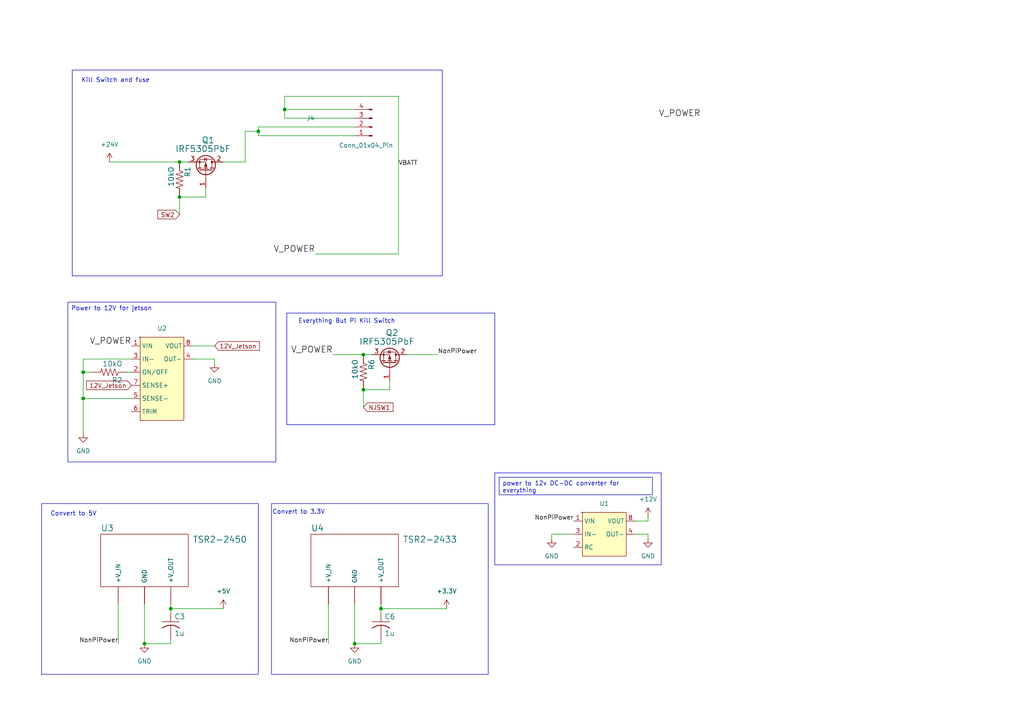
<source format=kicad_sch>
(kicad_sch (version 20250114) (generator "eeschema") (generator_version "9.0")
  (paper "A4")
  (lib_symbols
    (symbol "Connector:Conn_01x04_Pin" (pin_names (offset 1.016) (hide yes))
      (property "Reference" "J" (at 0 5.08 0))
      (property "Value" "Conn_01x04_Pin" (at 0 -7.62 0))
      (symbol "Conn_01x04_Pin_1_1"
        (rectangle (start 0.8636 2.667) (end 0 2.413) (stroke (width 0.1524)) (fill (type outline)))
        (rectangle (start 0.8636 0.127) (end 0 -0.127) (stroke (width 0.1524)) (fill (type outline)))
        (rectangle (start 0.8636 -2.413) (end 0 -2.667) (stroke (width 0.1524)) (fill (type outline)))
        (rectangle (start 0.8636 -4.953) (end 0 -5.207) (stroke (width 0.1524)) (fill (type outline)))
        (polyline (pts (xy 1.27 2.54) (xy 0.8636 2.54)) (stroke (width 0.1524)))
        (polyline (pts (xy 1.27 0) (xy 0.8636 0)) (stroke (width 0.1524)))
        (polyline (pts (xy 1.27 -2.54) (xy 0.8636 -2.54)) (stroke (width 0.1524)))
        (polyline (pts (xy 1.27 -5.08) (xy 0.8636 -5.08)) (stroke (width 0.1524)))
        (pin passive line (at 5.08 2.54 180) (length 3.81) (name "Pin_1") (number "1"))
        (pin passive line (at 5.08 0 180) (length 3.81) (name "Pin_2") (number "2"))
        (pin passive line (at 5.08 -2.54 180) (length 3.81) (name "Pin_3") (number "3"))
        (pin passive line (at 5.08 -5.08 180) (length 3.81) (name "Pin_4") (number "4"))
      )
    )
    (symbol "Custom:EHHD006A0B"
      (property "Reference" "U2" (at 6.35 2.54 0))
      (property "Value" "~" (at 0 0 0))
      (symbol "EHHD006A0B_1_1"
        (rectangle (start 0 0) (end 12.7 -24.13) (fill (type background)))
        (pin power_in line (at -2.54 -2.54 0) (length 2.54) (name "VIN") (number "1"))
        (pin power_in line (at -2.54 -6.35 0) (length 2.54) (name "IN-") (number "3"))
        (pin input line (at -2.54 -10.16 0) (length 2.54) (name "ON/OFF") (number "2"))
        (pin input line (at -2.54 -13.97 0) (length 2.54) (name "SENSE+") (number "7"))
        (pin input line (at -2.54 -17.78 0) (length 2.54) (name "SENSE-") (number "5"))
        (pin input line (at -2.54 -21.59 0) (length 2.54) (name "TRIM") (number "6"))
        (pin power_out line (at 15.24 -2.54 180) (length 2.54) (name "VOUT") (number "8"))
        (pin power_out line (at 15.24 -6.35 180) (length 2.54) (name "OUT-") (number "4"))
      )
    )
    (symbol "Custom:PKB2213D"
      (property "Reference" "U1" (at 6.35 2.54 0))
      (property "Value" "~" (at 0 0 0))
      (symbol "PKB2213D_1_1"
        (rectangle (start 0 0) (end 12.7 -12.7) (fill (type background)))
        (pin power_in line (at -2.54 -2.54 0) (length 2.54) (name "VIN") (number "1"))
        (pin power_in line (at -2.54 -6.35 0) (length 2.54) (name "IN-") (number "3"))
        (pin input line (at -2.54 -10.16 0) (length 2.54) (name "RC") (number "2"))
        (pin power_out line (at 15.24 -2.54 180) (length 2.54) (name "VOUT") (number "8"))
        (pin power_out line (at 15.24 -6.35 180) (length 2.54) (name "OUT-") (number "4"))
      )
    )
    (symbol "PowerboardRev5-eagle-import:C-USC0805" (pin_names (offset 1.016))
      (property "Reference" "C" (at 1.016 0.635 0))
      (property "Value" "C-USC0805" (at 1.016 -4.191 0))
      (symbol "C-USC0805_1_0"
        (polyline (pts (xy -2.54 0) (xy 2.54 0)))
        (arc (start 0 -0.9906) (mid 1.3163 -1.2156) (end 2.4892 -1.8542) (stroke (width 0.254)))
        (polyline (pts (xy 0 -1.016) (xy 0 -2.54)))
        (arc (start -2.4638 -1.8288) (mid -1.2956 -1.2294) (end 0 -1.016) (stroke (width 0.254)))
        (pin passive line (at 0 2.54 270) (length 2.54) (name "1") (number "1"))
        (pin passive line (at 0 -5.08 90) (length 2.54) (name "2") (number "2"))
      )
    )
    (symbol "PowerboardRev5-eagle-import:R-US_R0805" (pin_names (offset 1.016))
      (property "Reference" "R" (at -3.81 1.4986 0))
      (property "Value" "R-US_R0805" (at -3.81 -3.302 0))
      (symbol "R-US_R0805_1_0"
        (polyline (pts (xy -2.54 0) (xy -2.159 1.016)))
        (polyline (pts (xy -2.159 1.016) (xy -1.524 -1.016)))
        (polyline (pts (xy -1.524 -1.016) (xy -0.889 1.016)))
        (polyline (pts (xy -0.889 1.016) (xy -0.254 -1.016)))
        (polyline (pts (xy -0.254 -1.016) (xy 0.381 1.016)))
        (polyline (pts (xy 0.381 1.016) (xy 1.016 -1.016)))
        (polyline (pts (xy 1.016 -1.016) (xy 1.651 1.016)))
        (polyline (pts (xy 1.651 1.016) (xy 2.286 -1.016)))
        (polyline (pts (xy 2.286 -1.016) (xy 2.54 0)))
        (pin passive line (at -5.08 0 0) (length 2.54) (name "1") (number "1"))
        (pin passive line (at 5.08 0 180) (length 2.54) (name "2") (number "2"))
      )
    )
    (symbol "PowerboardRev5-eagle-import:TSR2-2450" (pin_names (offset 1.016))
      (property "Reference" "U" (at -12.7 8.382 0))
      (property "Value" "TSR2-2450" (at 5.08 8.382 0))
      (symbol "TSR2-2450_1_0"
        (polyline (pts (xy -12.7 7.62) (xy 12.7 7.62)))
        (polyline (pts (xy -12.7 -7.62) (xy -12.7 7.62)))
        (polyline (pts (xy 12.7 7.62) (xy 12.7 -7.62)))
        (polyline (pts (xy 12.7 -7.62) (xy -12.7 -7.62)))
        (pin power_in line (at -7.62 -12.7 90) (length 5.08) (name "+V_IN") (number "1"))
        (pin power_in line (at 0 -12.7 90) (length 5.08) (name "GND") (number "2"))
        (pin power_in line (at 7.62 -12.7 90) (length 5.08) (name "+V_OUT") (number "3"))
      )
    )
    (symbol "Transistor_FET:FQP27P06" (pin_names (hide yes))
      (property "Reference" "Q" (at 5.08 1.905 0))
      (property "Value" "FQP27P06" (at 5.08 0 0))
      (symbol "FQP27P06_0_1"
        (polyline (pts (xy 0.254 1.905) (xy 0.254 -1.905)) (stroke (width 0.254)))
        (polyline (pts (xy 0.254 0) (xy -2.54 0)))
        (polyline (pts (xy 0.762 2.286) (xy 0.762 1.27)) (stroke (width 0.254)))
        (polyline (pts (xy 0.762 1.778) (xy 3.302 1.778) (xy 3.302 -1.778) (xy 0.762 -1.778)))
        (polyline (pts (xy 0.762 0.508) (xy 0.762 -0.508)) (stroke (width 0.254)))
        (polyline (pts (xy 0.762 -1.27) (xy 0.762 -2.286)) (stroke (width 0.254)))
        (circle (center 1.651 0) (radius 2.794) (stroke (width 0.254)))
        (polyline (pts (xy 2.286 0) (xy 1.27 0.381) (xy 1.27 -0.381) (xy 2.286 0)) (fill (type outline)))
        (polyline (pts (xy 2.54 2.54) (xy 2.54 1.778)))
        (circle (center 2.54 1.778) (radius 0.254) (fill (type outline)))
        (circle (center 2.54 -1.778) (radius 0.254) (fill (type outline)))
        (polyline (pts (xy 2.54 -2.54) (xy 2.54 0) (xy 0.762 0)))
        (polyline (pts (xy 2.794 -0.508) (xy 2.921 -0.381) (xy 3.683 -0.381) (xy 3.81 -0.254)))
        (polyline (pts (xy 3.302 -0.381) (xy 2.921 0.254) (xy 3.683 0.254) (xy 3.302 -0.381)))
      )
      (symbol "FQP27P06_1_1"
        (pin input line (at -5.08 0 0) (length 2.54) (name "G") (number "1"))
        (pin passive line (at 2.54 5.08 270) (length 2.54) (name "D") (number "2"))
        (pin passive line (at 2.54 -5.08 90) (length 2.54) (name "S") (number "3"))
      )
    )
    (symbol "power:+12V" (power) (pin_names (offset 0))
      (property "Value" "+12V" (at 0 3.556 0))
      (symbol "+12V_0_1"
        (polyline (pts (xy -0.762 1.27) (xy 0 2.54)))
        (polyline (pts (xy 0 2.54) (xy 0.762 1.27)))
        (polyline (pts (xy 0 0) (xy 0 2.54)))
      )
      (symbol "+12V_1_1"
        (pin power_in line (at 0 0 90) (length 0) (hide yes) (name "+12V") (number "1"))
      )
    )
    (symbol "power:+24V" (power) (pin_names (offset 0))
      (property "Value" "+24V" (at 0 3.556 0))
      (symbol "+24V_0_1"
        (polyline (pts (xy -0.762 1.27) (xy 0 2.54)))
        (polyline (pts (xy 0 2.54) (xy 0.762 1.27)))
        (polyline (pts (xy 0 0) (xy 0 2.54)))
      )
      (symbol "+24V_1_1"
        (pin power_in line (at 0 0 90) (length 0) (hide yes) (name "+24V") (number "1"))
      )
    )
    (symbol "power:+3.3V" (power) (pin_names (offset 0))
      (property "Value" "+3.3V" (at 0 3.556 0))
      (symbol "+3.3V_0_1"
        (polyline (pts (xy -0.762 1.27) (xy 0 2.54)))
        (polyline (pts (xy 0 2.54) (xy 0.762 1.27)))
        (polyline (pts (xy 0 0) (xy 0 2.54)))
      )
      (symbol "+3.3V_1_1"
        (pin power_in line (at 0 0 90) (length 0) (hide yes) (name "+3.3V") (number "1"))
      )
    )
    (symbol "power:+5V" (power) (pin_names (offset 0))
      (property "Value" "+5V" (at 0 3.556 0))
      (symbol "+5V_0_1"
        (polyline (pts (xy -0.762 1.27) (xy 0 2.54)))
        (polyline (pts (xy 0 2.54) (xy 0.762 1.27)))
        (polyline (pts (xy 0 0) (xy 0 2.54)))
      )
      (symbol "+5V_1_1"
        (pin power_in line (at 0 0 90) (length 0) (hide yes) (name "+5V") (number "1"))
      )
    )
    (symbol "power:GND" (power) (pin_names (offset 0))
      (property "Value" "GND" (at 0 -3.81 0))
      (symbol "GND_0_1"
        (polyline (pts (xy 0 0) (xy 0 -1.27) (xy 1.27 -1.27) (xy 0 -2.54) (xy -1.27 -1.27) (xy 0 -1.27)))
      )
      (symbol "GND_1_1"
        (pin power_in line (at 0 0 270) (length 0) (hide yes) (name "GND") (number "1"))
      )
    )
  )
  (rectangle (start 83.185 90.805) (end 143.51 123.19))
  (rectangle (start 12.065 146.05) (end 74.93 195.58))
  (rectangle (start 78.74 146.05) (end 141.605 195.58))
  (rectangle (start 20.955 20.32) (end 128.27 80.01))
  (rectangle (start 143.51 137.16) (end 191.77 163.83))
  (text "Convert to 3.3V\n" (at 86.614 148.59 0) (effects (font (size 1.27 1.27))))
  (text "Kill Switch and fuse" (at 33.528 23.368 0) (effects (font (size 1.27 1.27))))
  (text "Convert to 5V\n" (at 21.336 149.098 0) (effects (font (size 1.27 1.27))))
  (text "Everything But Pi Kill Switch" (at 100.584 93.218 0) (effects (font (size 1.27 1.27))))
  (text_box "power to 12v DC-DC converter for everything" (at 144.78 138.43 0) (size 44.45 5.08) (margins 0.9525 0.9525 0.9525 0.9525) (effects (font (size 1.27 1.27)) (justify left top)))
  (text_box "Power to 12V for jetson\n" (at 19.685 87.63 0) (size 60.325 46.355) (margins 0.9525 0.9525 0.9525 0.9525) (effects (font (size 1.27 1.27)) (justify left top)))
  (junction (at 24.13 107.95))
  (junction (at 82.55 31.75))
  (junction (at 110.49 176.53))
  (junction (at 41.91 186.69))
  (junction (at 105.41 102.87))
  (junction (at 105.41 113.03))
  (junction (at 52.07 57.15))
  (junction (at 102.87 186.69))
  (junction (at 24.13 115.57))
  (junction (at 49.53 176.53))
  (junction (at 74.93 38.1))
  (junction (at 52.07 46.99))
  (wire (pts (xy 105.41 113.03) (xy 105.41 118.11)))
  (wire (pts (xy 24.13 104.14) (xy 38.1 104.14)))
  (wire (pts (xy 74.93 36.83) (xy 102.87 36.83)))
  (wire (pts (xy 24.13 107.95) (xy 26.67 107.95)))
  (wire (pts (xy 74.93 36.83) (xy 74.93 38.1)))
  (wire (pts (xy 71.12 38.1) (xy 74.93 38.1)))
  (wire (pts (xy 62.23 104.14) (xy 62.23 105.41)))
  (wire (pts (xy 49.53 175.26) (xy 49.53 176.53)))
  (wire (pts (xy 52.07 46.99) (xy 54.61 46.99)))
  (wire (pts (xy 24.13 107.95) (xy 24.13 104.14)))
  (wire (pts (xy 74.93 39.37) (xy 102.87 39.37)))
  (wire (pts (xy 24.13 115.57) (xy 24.13 125.73)))
  (wire (pts (xy 49.53 186.69) (xy 41.91 186.69)))
  (wire (pts (xy 184.15 151.13) (xy 187.96 151.13)))
  (wire (pts (xy 74.93 38.1) (xy 74.93 39.37)))
  (wire (pts (xy 59.69 54.61) (xy 59.69 57.15)))
  (wire (pts (xy 102.87 186.69) (xy 102.87 175.26)))
  (wire (pts (xy 31.75 46.99) (xy 52.07 46.99)))
  (wire (pts (xy 105.41 102.87) (xy 107.95 102.87)))
  (wire (pts (xy 49.53 185.42) (xy 49.53 186.69)))
  (wire (pts (xy 118.11 102.87) (xy 127 102.87)))
  (wire (pts (xy 82.55 27.94) (xy 82.55 31.75)))
  (wire (pts (xy 82.55 31.75) (xy 102.87 31.75)))
  (wire (pts (xy 110.49 175.26) (xy 110.49 176.53)))
  (wire (pts (xy 71.12 38.1) (xy 71.12 46.99)))
  (wire (pts (xy 55.88 104.14) (xy 62.23 104.14)))
  (wire (pts (xy 34.29 186.69) (xy 34.29 175.26)))
  (wire (pts (xy 52.07 57.15) (xy 52.07 62.23)))
  (wire (pts (xy 64.77 46.99) (xy 71.12 46.99)))
  (wire (pts (xy 55.88 100.33) (xy 62.23 100.33)))
  (wire (pts (xy 24.13 115.57) (xy 38.1 115.57)))
  (wire (pts (xy 115.57 27.94) (xy 115.57 73.66)))
  (wire (pts (xy 110.49 185.42) (xy 110.49 186.69)))
  (wire (pts (xy 82.55 31.75) (xy 82.55 34.29)))
  (wire (pts (xy 36.83 107.95) (xy 38.1 107.95)))
  (wire (pts (xy 24.13 115.57) (xy 24.13 107.95)))
  (wire (pts (xy 41.91 186.69) (xy 41.91 175.26)))
  (wire (pts (xy 95.25 186.69) (xy 95.25 175.26)))
  (wire (pts (xy 82.55 34.29) (xy 102.87 34.29)))
  (wire (pts (xy 52.07 57.15) (xy 59.69 57.15)))
  (wire (pts (xy 49.53 176.53) (xy 49.53 177.8)))
  (wire (pts (xy 184.15 154.94) (xy 187.96 154.94)))
  (wire (pts (xy 115.57 27.94) (xy 82.55 27.94)))
  (wire (pts (xy 110.49 176.53) (xy 110.49 177.8)))
  (wire (pts (xy 91.44 73.66) (xy 115.57 73.66)))
  (wire (pts (xy 96.52 102.87) (xy 105.41 102.87)))
  (wire (pts (xy 187.96 154.94) (xy 187.96 156.21)))
  (wire (pts (xy 105.41 113.03) (xy 113.03 113.03)))
  (wire (pts (xy 110.49 176.53) (xy 129.54 176.53)))
  (wire (pts (xy 187.96 151.13) (xy 187.96 149.86)))
  (wire (pts (xy 110.49 186.69) (xy 102.87 186.69)))
  (wire (pts (xy 49.53 176.53) (xy 64.77 176.53)))
  (wire (pts (xy 160.02 156.21) (xy 160.02 154.94)))
  (wire (pts (xy 113.03 110.49) (xy 113.03 113.03)))
  (wire (pts (xy 160.02 154.94) (xy 166.37 154.94)))
  (label "V_POWER" (at 203.2 34.29 180) (effects (font (size 1.778 1.778))))
  (label "NonPiPower" (at 95.25 186.69 180))
  (label "NonPiPower" (at 34.29 186.69 180))
  (label "V_POWER" (at 38.1 100.33 180) (effects (font (size 1.778 1.778))))
  (label "NonPiPower" (at 127 102.87 0))
  (label "VBATT" (at 115.57 48.26 0))
  (label "V_POWER" (at 91.44 73.66 180) (effects (font (size 1.778 1.778))))
  (label "NonPiPower" (at 166.37 151.13 180))
  (label "V_POWER" (at 96.52 102.87 180) (effects (font (size 1.778 1.778))))
  (global_label "SW2" (shape input) (at 52.07 62.23 180) (property "Intersheetrefs" "${INTERSHEET_REFS}" (effects (hide yes))))
  (global_label "12V_Jetson" (shape input) (at 62.23 100.33 0) (property "Intersheetrefs" "${INTERSHEET_REFS}" (effects (hide yes))))
  (global_label "12V_Jetson" (shape input) (at 38.1 111.76 180) (property "Intersheetrefs" "${INTERSHEET_REFS}" (effects (hide yes))))
  (global_label "NJSW1" (shape input) (at 105.41 118.11 0) (property "Intersheetrefs" "${INTERSHEET_REFS}" (effects (hide yes))))
  (symbol (lib_id "Connector:Conn_01x04_Pin") (at 107.95 36.83 180) (unit 1)
    (property "Reference" "J4" (at 88.9 34.2899 0) (effects (justify right)))
    (property "Value" "Conn_01x04_Pin" (at 98.298 42.164 0) (effects (justify right)))
    (property "Footprint" "Fuse:1.25__FUSECLIPS" (effects (hide yes)))
    (property "Description" "Generic connector, single row, 01x04, script generated" (effects (hide yes)))
  )
  (symbol (lib_id "power:+24V") (at 31.75 46.99 0) (unit 1)
    (property "Reference" "#PWR016" (effects (hide yes)))
    (property "Value" "+24V" (at 31.75 41.91 0))
  )
  (symbol (lib_id "power:+12V") (at 187.96 149.86 0) (unit 1)
    (property "Reference" "#PWR017" (effects (hide yes)))
    (property "Value" "+12V" (at 187.96 144.78 0))
  )
  (symbol (lib_id "PowerboardRev5-eagle-import:TSR2-2450") (at 102.87 162.56 0) (unit 1)
    (property "Reference" "U4" (at 90.17 154.178 0) (effects (font (size 1.778 1.778)) (justify left bottom)))
    (property "Value" "TSR2-2433" (at 116.84 157.48 0) (effects (font (size 1.778 1.778)) (justify left bottom)))
    (property "Footprint" "Custom:TSR2 DC/DC Converter" (effects (hide yes)))
    (property "Datasheet" "https://www.tracopower.com/products/tsr2.pdf" (effects (hide yes)))
  )
  (symbol (lib_id "power:+5V") (at 64.77 176.53 0) (unit 1)
    (property "Reference" "#PWR019" (effects (hide yes)))
    (property "Value" "+5V" (at 64.77 171.45 0))
  )
  (symbol (lib_id "power:GND") (at 24.13 125.73 0) (unit 1)
    (property "Reference" "#PWR08" (effects (hide yes)))
    (property "Value" "GND" (at 24.13 130.81 0))
  )
  (symbol (lib_id "PowerboardRev5-eagle-import:C-USC0805") (at 49.53 180.34 0) (unit 1)
    (property "Reference" "C3" (at 50.546 179.705 0) (effects (font (size 1.4986 1.4986)) (justify left bottom)))
    (property "Value" "1u" (at 50.546 184.531 0) (effects (font (size 1.4986 1.4986)) (justify left bottom)))
    (property "Footprint" "Capacitor_SMD:C_0805_2012Metric_Pad1.18x1.45mm_HandSolder" (effects (hide yes)))
  )
  (symbol (lib_id "power:GND") (at 160.02 156.21 0) (unit 1)
    (property "Reference" "#PWR06" (effects (hide yes)))
    (property "Value" "GND" (at 160.02 161.29 0))
  )
  (symbol (lib_id "power:GND") (at 187.96 156.21 0) (unit 1)
    (property "Reference" "#PWR07" (effects (hide yes)))
    (property "Value" "GND" (at 187.96 161.29 0))
  )
  (symbol (lib_id "Custom:EHHD006A0B") (at 40.64 97.79 0) (unit 1)
    (property "Reference" "U2" (at 46.99 95.25 0))
    (property "Value" "~" (at 40.64 97.79 0))
    (property "Footprint" "Custom:72W_CONV" (effects (hide yes)))
    (property "Datasheet" "https://flexpowermodules.com/resources/fpm-techspec-pkb2213d" (effects (hide yes)))
  )
  (symbol (lib_id "PowerboardRev5-eagle-import:R-US_R0805") (at 105.41 107.95 270) (unit 1)
    (property "Reference" "R6" (at 106.9086 104.14 0) (effects (font (size 1.4986 1.4986)) (justify left bottom)))
    (property "Value" "10kO" (at 102.108 104.14 0) (effects (font (size 1.4986 1.4986)) (justify left bottom)))
    (property "Footprint" "Resistor_SMD:R_0805_2012Metric_Pad1.20x1.40mm_HandSolder" (effects (hide yes)))
  )
  (symbol (lib_id "PowerboardRev5-eagle-import:R-US_R0805") (at 31.75 107.95 180) (unit 1)
    (property "Reference" "R2" (at 35.56 109.4486 0) (effects (font (size 1.4986 1.4986)) (justify left bottom)))
    (property "Value" "10kO" (at 35.56 104.648 0) (effects (font (size 1.4986 1.4986)) (justify left bottom)))
    (property "Footprint" "Resistor_SMD:R_0805_2012Metric_Pad1.20x1.40mm_HandSolder" (effects (hide yes)))
  )
  (symbol (lib_id "PowerboardRev5-eagle-import:C-USC0805") (at 110.49 180.34 0) (unit 1)
    (property "Reference" "C6" (at 111.506 179.705 0) (effects (font (size 1.4986 1.4986)) (justify left bottom)))
    (property "Value" "1u" (at 111.506 184.531 0) (effects (font (size 1.4986 1.4986)) (justify left bottom)))
    (property "Footprint" "Capacitor_SMD:C_0805_2012Metric_Pad1.18x1.45mm_HandSolder" (effects (hide yes)))
  )
  (symbol (lib_id "power:GND") (at 102.87 186.69 0) (unit 1)
    (property "Reference" "#PWR014" (effects (hide yes)))
    (property "Value" "GND" (at 102.87 191.77 0))
  )
  (symbol (lib_id "power:GND") (at 62.23 105.41 0) (unit 1)
    (property "Reference" "#PWR010" (effects (hide yes)))
    (property "Value" "GND" (at 62.23 110.49 0))
  )
  (symbol (lib_id "power:GND") (at 41.91 186.69 0) (unit 1)
    (property "Reference" "#PWR015" (effects (hide yes)))
    (property "Value" "GND" (at 41.91 191.77 0))
  )
  (symbol (lib_id "PowerboardRev5-eagle-import:TSR2-2450") (at 41.91 162.56 0) (unit 1)
    (property "Reference" "U3" (at 29.21 154.178 0) (effects (font (size 1.778 1.778)) (justify left bottom)))
    (property "Value" "TSR2-2450" (at 55.88 157.48 0) (effects (font (size 1.778 1.778)) (justify left bottom)))
    (property "Footprint" "Custom:TSR2 DC/DC Converter" (effects (hide yes)))
    (property "Datasheet" "https://www.tracopower.com/products/tsr2.pdf" (effects (hide yes)))
  )
  (symbol (lib_id "Transistor_FET:FQP27P06") (at 113.03 105.41 270) (mirror x) (unit 1)
    (property "Reference" "Q2" (at 111.76 96.52 90) (effects (font (size 1.778 1.778)) (justify left)))
    (property "Value" "IRF5305PbF" (at 104.14 99.06 90) (effects (font (size 1.778 1.778)) (justify left)))
    (property "Footprint" "Package_TO_SOT_THT:TO-220-3_Vertical" (effects (hide yes)))
    (property "Datasheet" "https://www.infineon.com/assets/row/public/documents/24/49/infineon-irf5305-datasheet-en.pdf?fileId=5546d462533600a4015355e370101993" (effects (hide yes)))
  )
  (symbol (lib_id "Transistor_FET:FQP27P06") (at 59.69 49.53 270) (mirror x) (unit 1)
    (property "Reference" "Q1" (at 58.42 40.64 90) (effects (font (size 1.778 1.778)) (justify left)))
    (property "Value" "IRF5305PbF" (at 50.8 43.18 90) (effects (font (size 1.778 1.778)) (justify left)))
    (property "Footprint" "Package_TO_SOT_THT:TO-220-3_Vertical" (effects (hide yes)))
    (property "Datasheet" "https://www.infineon.com/assets/row/public/documents/24/49/infineon-irf5305-datasheet-en.pdf?fileId=5546d462533600a4015355e370101993" (effects (hide yes)))
  )
  (symbol (lib_id "PowerboardRev5-eagle-import:R-US_R0805") (at 52.07 52.07 270) (unit 1)
    (property "Reference" "R1" (at 53.5686 48.26 0) (effects (font (size 1.4986 1.4986)) (justify left bottom)))
    (property "Value" "10kO" (at 48.768 48.26 0) (effects (font (size 1.4986 1.4986)) (justify left bottom)))
    (property "Footprint" "Resistor_SMD:R_0805_2012Metric_Pad1.20x1.40mm_HandSolder" (effects (hide yes)))
  )
  (symbol (lib_id "Custom:PKB2213D") (at 168.91 148.59 0) (unit 1)
    (property "Reference" "U1" (at 175.26 146.05 0))
    (property "Value" "~" (at 168.91 148.59 0))
    (property "Footprint" "Custom:240W_CONV" (effects (hide yes)))
  )
  (symbol (lib_id "power:+3.3V") (at 129.54 176.53 0) (unit 1)
    (property "Reference" "#PWR020" (effects (hide yes)))
    (property "Value" "+3.3V" (at 129.54 171.45 0))
  )
)
</source>
